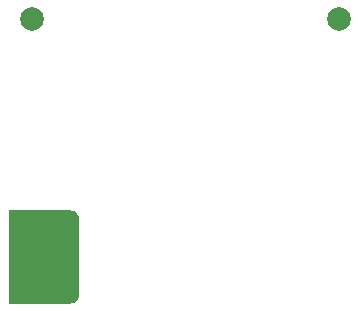
<source format=gbr>
%TF.GenerationSoftware,Altium Limited,Altium Designer,20.1.8 (145)*%
G04 Layer_Color=0*
%FSLAX44Y44*%
%MOMM*%
%TF.SameCoordinates,BF84AABB-580B-4B44-99C5-09E2CFC6D698*%
%TF.FilePolarity,Positive*%
%TF.FileFunction,NonPlated,1,2,NPTH,Drill*%
%TF.Part,Single*%
G01*
G75*
%TA.AperFunction,OtherDrill,Pad Free-2 (987mm,1013mm)*%
%ADD67C,2.0000*%
%TA.AperFunction,OtherDrill,Pad Free-3 (1013mm,1013mm)*%
%ADD68C,2.0000*%
G36*
X9849982Y9968000D02*
X9901580D01*
X9902368D01*
X9903914Y9967693D01*
X9905369Y9967089D01*
X9906680Y9966214D01*
X9907794Y9965099D01*
X9908669Y9963790D01*
X9909272Y9962333D01*
X9909580Y9960788D01*
Y9960000D01*
D01*
Y9897000D01*
Y9896212D01*
X9909272Y9894667D01*
X9908669Y9893210D01*
X9907794Y9891901D01*
X9906680Y9890786D01*
X9905369Y9889910D01*
X9903914Y9889307D01*
X9902368Y9889000D01*
X9901580D01*
D01*
X9849982D01*
Y9968000D01*
D02*
G37*
D67*
X9870000Y10130000D02*
D03*
D68*
X10130000D02*
D03*
%TF.MD5,9010a364c9a233f1e7b4be5a32906333*%
M02*

</source>
